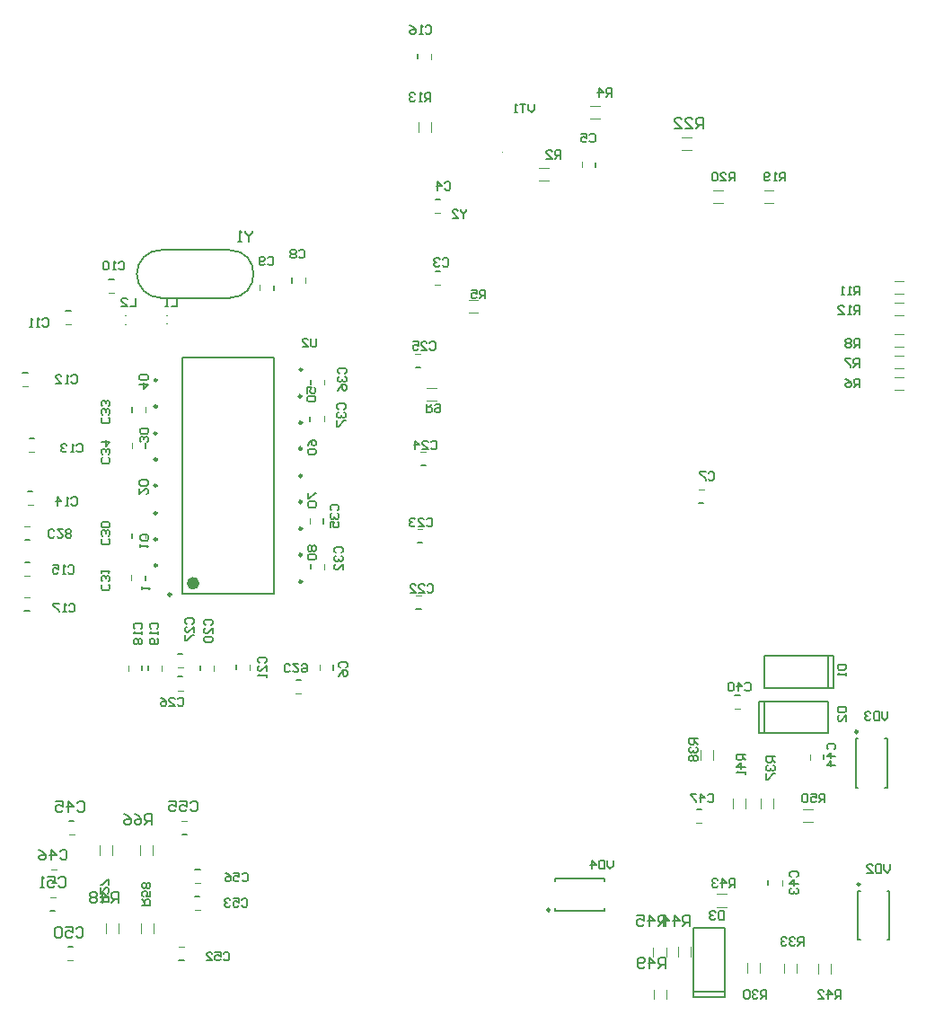
<source format=gbo>
G04 Layer_Color=32896*
%FSLAX44Y44*%
%MOMM*%
G71*
G01*
G75*
%ADD37C,0.2000*%
%ADD40C,0.6000*%
%ADD42C,0.2500*%
%ADD67C,0.1016*%
%ADD69C,0.1000*%
%ADD70C,0.1270*%
%ADD73C,0.1524*%
D37*
X1172000Y920563D02*
Y922812D01*
X1126000Y920563D02*
Y922812D01*
X1172000Y892812D02*
Y895062D01*
X1126000Y892812D02*
Y895062D01*
Y922812D02*
X1172000Y922812D01*
X1126000Y892812D02*
X1172000D01*
X1436750Y1009000D02*
X1439000D01*
X1436750Y1055000D02*
X1439000D01*
X1409000Y1009000D02*
X1411250D01*
X1409000Y1055000D02*
X1411250D01*
X1439000Y1009000D02*
X1439000Y1055000D01*
X1409000D02*
X1409000Y1009000D01*
X1438750Y865250D02*
X1441000D01*
X1438750Y911250D02*
X1441000D01*
X1411000Y865250D02*
X1413250D01*
X1411000Y911250D02*
X1413250D01*
X1441000Y865250D02*
X1441000Y911250D01*
X1411000D02*
X1411000Y865250D01*
X1317750Y1090000D02*
X1322750D01*
X1317750Y1060000D02*
X1322750D01*
X1317750D02*
Y1090000D01*
X1382750Y1060000D02*
Y1075000D01*
X1322750Y1060000D02*
X1382750Y1060000D01*
X1322750Y1060000D02*
Y1090000D01*
X1382750Y1090000D01*
Y1075000D02*
Y1090000D01*
X1383000Y1102750D02*
X1388000Y1102750D01*
X1383000Y1132750D02*
X1388000Y1132750D01*
Y1102750D02*
Y1132750D01*
X1323000Y1117750D02*
Y1132750D01*
X1383000D01*
Y1102750D02*
Y1132750D01*
X1323000Y1102750D02*
X1383000D01*
X1323000D02*
Y1117750D01*
X774471Y1191431D02*
Y1414431D01*
X860471Y1191431D02*
Y1414431D01*
X774471Y1191431D02*
X860471D01*
X774471Y1414431D02*
X860471D01*
X1256000Y811250D02*
Y816250D01*
X1286000Y811250D02*
Y816250D01*
X1256000Y811250D02*
X1286000D01*
X1271000Y876250D02*
X1286000D01*
Y816250D02*
Y876250D01*
X1256000Y816250D02*
X1286000D01*
X1256000D02*
Y876250D01*
X1271000D01*
X1229984Y838716D02*
Y848713D01*
X1224986D01*
X1223319Y847047D01*
Y843714D01*
X1224986Y842048D01*
X1229984D01*
X1226652D02*
X1223319Y838716D01*
X1214989D02*
Y848713D01*
X1219987Y843714D01*
X1213323D01*
X1209990Y840382D02*
X1208324Y838716D01*
X1204992D01*
X1203326Y840382D01*
Y847047D01*
X1204992Y848713D01*
X1208324D01*
X1209990Y847047D01*
Y845380D01*
X1208324Y843714D01*
X1203326D01*
X1229642Y878324D02*
Y888321D01*
X1224644D01*
X1222978Y886655D01*
Y883322D01*
X1224644Y881656D01*
X1229642D01*
X1226310D02*
X1222978Y878324D01*
X1214647D02*
Y888321D01*
X1219645Y883322D01*
X1212981D01*
X1202984Y888321D02*
X1209648D01*
Y883322D01*
X1206316Y884988D01*
X1204650D01*
X1202984Y883322D01*
Y879990D01*
X1204650Y878324D01*
X1207982D01*
X1209648Y879990D01*
X1252937Y878628D02*
Y888625D01*
X1247939D01*
X1246273Y886959D01*
Y883626D01*
X1247939Y881960D01*
X1252937D01*
X1249605D02*
X1246273Y878628D01*
X1237942D02*
Y888625D01*
X1242941Y883626D01*
X1236276D01*
X1227946Y878628D02*
Y888625D01*
X1232944Y883626D01*
X1226279D01*
X1265174Y1630172D02*
Y1640169D01*
X1260176D01*
X1258510Y1638503D01*
Y1635170D01*
X1260176Y1633504D01*
X1265174D01*
X1261842D02*
X1258510Y1630172D01*
X1248513D02*
X1255177D01*
X1248513Y1636837D01*
Y1638503D01*
X1250179Y1640169D01*
X1253511D01*
X1255177Y1638503D01*
X1238516Y1630172D02*
X1245180D01*
X1238516Y1636837D01*
Y1638503D01*
X1240182Y1640169D01*
X1243514D01*
X1245180Y1638503D01*
X1179068Y1660144D02*
Y1668141D01*
X1175069D01*
X1173736Y1666808D01*
Y1664143D01*
X1175069Y1662810D01*
X1179068D01*
X1176402D02*
X1173736Y1660144D01*
X1167072D02*
Y1668141D01*
X1171071Y1664143D01*
X1165739D01*
X1284986Y892425D02*
Y884428D01*
X1280987D01*
X1279654Y885761D01*
Y891093D01*
X1280987Y892425D01*
X1284986D01*
X1276989Y891093D02*
X1275656Y892425D01*
X1272990D01*
X1271657Y891093D01*
Y889760D01*
X1272990Y888427D01*
X1274323D01*
X1272990D01*
X1271657Y887094D01*
Y885761D01*
X1272990Y884428D01*
X1275656D01*
X1276989Y885761D01*
X1105918Y1653335D02*
Y1648004D01*
X1103252Y1645338D01*
X1100586Y1648004D01*
Y1653335D01*
X1097921D02*
X1092589D01*
X1095255D01*
Y1645338D01*
X1089923D02*
X1087257D01*
X1088590D01*
Y1653335D01*
X1089923Y1652003D01*
X704665Y1243332D02*
X705997Y1241999D01*
Y1239333D01*
X704665Y1238000D01*
X699333D01*
X698000Y1239333D01*
Y1241999D01*
X699333Y1243332D01*
X704665Y1245997D02*
X705997Y1247330D01*
Y1249996D01*
X704665Y1251329D01*
X703332D01*
X701999Y1249996D01*
Y1248663D01*
Y1249996D01*
X700666Y1251329D01*
X699333D01*
X698000Y1249996D01*
Y1247330D01*
X699333Y1245997D01*
X704665Y1253995D02*
X705997Y1255328D01*
Y1257993D01*
X704665Y1259326D01*
X699333D01*
X698000Y1257993D01*
Y1255328D01*
X699333Y1253995D01*
X704665D01*
X915056Y1270099D02*
X913723Y1271432D01*
Y1274098D01*
X915056Y1275431D01*
X920388D01*
X921721Y1274098D01*
Y1271432D01*
X920388Y1270099D01*
X915056Y1267433D02*
X913723Y1266100D01*
Y1263435D01*
X915056Y1262102D01*
X916389D01*
X917722Y1263435D01*
Y1264768D01*
Y1263435D01*
X919055Y1262102D01*
X920388D01*
X921721Y1263435D01*
Y1266100D01*
X920388Y1267433D01*
X913723Y1254104D02*
Y1259436D01*
X917722D01*
X916389Y1256770D01*
Y1255437D01*
X917722Y1254104D01*
X920388D01*
X921721Y1255437D01*
Y1258103D01*
X920388Y1259436D01*
X704665Y1320082D02*
X705997Y1318749D01*
Y1316083D01*
X704665Y1314750D01*
X699333D01*
X698000Y1316083D01*
Y1318749D01*
X699333Y1320082D01*
X704665Y1322747D02*
X705997Y1324080D01*
Y1326746D01*
X704665Y1328079D01*
X703332D01*
X701999Y1326746D01*
Y1325413D01*
Y1326746D01*
X700666Y1328079D01*
X699333D01*
X698000Y1326746D01*
Y1324080D01*
X699333Y1322747D01*
X698000Y1334744D02*
X705997D01*
X701999Y1330745D01*
Y1336076D01*
X704665Y1357582D02*
X705997Y1356249D01*
Y1353583D01*
X704665Y1352250D01*
X699333D01*
X698000Y1353583D01*
Y1356249D01*
X699333Y1357582D01*
X704665Y1360247D02*
X705997Y1361580D01*
Y1364246D01*
X704665Y1365579D01*
X703332D01*
X701999Y1364246D01*
Y1362913D01*
Y1364246D01*
X700666Y1365579D01*
X699333D01*
X698000Y1364246D01*
Y1361580D01*
X699333Y1360247D01*
X704665Y1368245D02*
X705997Y1369578D01*
Y1372244D01*
X704665Y1373577D01*
X703332D01*
X701999Y1372244D01*
Y1370911D01*
Y1372244D01*
X700666Y1373577D01*
X699333D01*
X698000Y1372244D01*
Y1369578D01*
X699333Y1368245D01*
X704665Y1200332D02*
X705997Y1198999D01*
Y1196333D01*
X704665Y1195000D01*
X699333D01*
X698000Y1196333D01*
Y1198999D01*
X699333Y1200332D01*
X704665Y1202997D02*
X705997Y1204330D01*
Y1206996D01*
X704665Y1208329D01*
X703332D01*
X701999Y1206996D01*
Y1205663D01*
Y1206996D01*
X700666Y1208329D01*
X699333D01*
X698000Y1206996D01*
Y1204330D01*
X699333Y1202997D01*
X698000Y1210995D02*
Y1213661D01*
Y1212328D01*
X705997D01*
X704665Y1210995D01*
X900684Y1432175D02*
Y1425511D01*
X899351Y1424178D01*
X896685D01*
X895352Y1425511D01*
Y1432175D01*
X887355Y1424178D02*
X892687D01*
X887355Y1429510D01*
Y1430842D01*
X888688Y1432175D01*
X891354D01*
X892687Y1430842D01*
X653582Y1245585D02*
X652249Y1244253D01*
X649583D01*
X648250Y1245585D01*
Y1250917D01*
X649583Y1252250D01*
X652249D01*
X653582Y1250917D01*
X661579Y1252250D02*
X656247D01*
X661579Y1246918D01*
Y1245585D01*
X660246Y1244253D01*
X657580D01*
X656247Y1245585D01*
X664245D02*
X665578Y1244253D01*
X668244D01*
X669576Y1245585D01*
Y1246918D01*
X668244Y1248251D01*
X669576Y1249584D01*
Y1250917D01*
X668244Y1252250D01*
X665578D01*
X664245Y1250917D01*
Y1249584D01*
X665578Y1248251D01*
X664245Y1246918D01*
Y1245585D01*
X665578Y1248251D02*
X668244D01*
X875832Y1118836D02*
X874499Y1117503D01*
X871833D01*
X870500Y1118836D01*
Y1124167D01*
X871833Y1125500D01*
X874499D01*
X875832Y1124167D01*
X883829Y1125500D02*
X878497D01*
X883829Y1120168D01*
Y1118836D01*
X882496Y1117503D01*
X879830D01*
X878497Y1118836D01*
X886495Y1124167D02*
X887828Y1125500D01*
X890494D01*
X891826Y1124167D01*
Y1118836D01*
X890494Y1117503D01*
X887828D01*
X886495Y1118836D01*
Y1120168D01*
X887828Y1121501D01*
X891826D01*
X1004250Y1370470D02*
Y1362473D01*
X1008249D01*
X1009582Y1363805D01*
Y1366471D01*
X1008249Y1367804D01*
X1004250D01*
X1006916D02*
X1009582Y1370470D01*
X1012247Y1369137D02*
X1013580Y1370470D01*
X1016246D01*
X1017579Y1369137D01*
Y1363805D01*
X1016246Y1362473D01*
X1013580D01*
X1012247Y1363805D01*
Y1365138D01*
X1013580Y1366471D01*
X1017579D01*
X1342644Y1580642D02*
Y1588639D01*
X1338645D01*
X1337312Y1587307D01*
Y1584641D01*
X1338645Y1583308D01*
X1342644D01*
X1339978D02*
X1337312Y1580642D01*
X1334647D02*
X1331981D01*
X1333314D01*
Y1588639D01*
X1334647Y1587307D01*
X1327982Y1581975D02*
X1326649Y1580642D01*
X1323983D01*
X1322650Y1581975D01*
Y1587307D01*
X1323983Y1588639D01*
X1326649D01*
X1327982Y1587307D01*
Y1585974D01*
X1326649Y1584641D01*
X1322650D01*
X1294892Y1580642D02*
Y1588639D01*
X1290893D01*
X1289560Y1587307D01*
Y1584641D01*
X1290893Y1583308D01*
X1294892D01*
X1292226D02*
X1289560Y1580642D01*
X1281563D02*
X1286895D01*
X1281563Y1585974D01*
Y1587307D01*
X1282896Y1588639D01*
X1285562D01*
X1286895Y1587307D01*
X1278897D02*
X1277564Y1588639D01*
X1274898D01*
X1273566Y1587307D01*
Y1581975D01*
X1274898Y1580642D01*
X1277564D01*
X1278897Y1581975D01*
Y1587307D01*
X922336Y1399168D02*
X921003Y1400501D01*
Y1403167D01*
X922336Y1404500D01*
X927667D01*
X929000Y1403167D01*
Y1400501D01*
X927667Y1399168D01*
X922336Y1396503D02*
X921003Y1395170D01*
Y1392504D01*
X922336Y1391171D01*
X923668D01*
X925001Y1392504D01*
Y1393837D01*
Y1392504D01*
X926334Y1391171D01*
X927667D01*
X929000Y1392504D01*
Y1395170D01*
X927667Y1396503D01*
X921003Y1383174D02*
X922336Y1385839D01*
X925001Y1388505D01*
X927667D01*
X929000Y1387172D01*
Y1384507D01*
X927667Y1383174D01*
X926334D01*
X925001Y1384507D01*
Y1388505D01*
X921585Y1365418D02*
X920253Y1366751D01*
Y1369417D01*
X921585Y1370750D01*
X926917D01*
X928250Y1369417D01*
Y1366751D01*
X926917Y1365418D01*
X921585Y1362753D02*
X920253Y1361420D01*
Y1358754D01*
X921585Y1357421D01*
X922918D01*
X924251Y1358754D01*
Y1360087D01*
Y1358754D01*
X925584Y1357421D01*
X926917D01*
X928250Y1358754D01*
Y1361420D01*
X926917Y1362753D01*
X920253Y1354755D02*
Y1349424D01*
X921585D01*
X926917Y1354755D01*
X928250D01*
X919085Y1230168D02*
X917753Y1231501D01*
Y1234167D01*
X919085Y1235500D01*
X924417D01*
X925750Y1234167D01*
Y1231501D01*
X924417Y1230168D01*
X919085Y1227503D02*
X917753Y1226170D01*
Y1223504D01*
X919085Y1222171D01*
X920418D01*
X921751Y1223504D01*
Y1224837D01*
Y1223504D01*
X923084Y1222171D01*
X924417D01*
X925750Y1223504D01*
Y1226170D01*
X924417Y1227503D01*
X925750Y1214174D02*
Y1219505D01*
X920418Y1214174D01*
X919085D01*
X917753Y1215506D01*
Y1218172D01*
X919085Y1219505D01*
X1412750Y1423750D02*
Y1431747D01*
X1408751D01*
X1407418Y1430414D01*
Y1427749D01*
X1408751Y1426416D01*
X1412750D01*
X1410084D02*
X1407418Y1423750D01*
X1404753Y1430414D02*
X1403420Y1431747D01*
X1400754D01*
X1399421Y1430414D01*
Y1429082D01*
X1400754Y1427749D01*
X1399421Y1426416D01*
Y1425083D01*
X1400754Y1423750D01*
X1403420D01*
X1404753Y1425083D01*
Y1426416D01*
X1403420Y1427749D01*
X1404753Y1429082D01*
Y1430414D01*
X1403420Y1427749D02*
X1400754D01*
X1412750Y1386250D02*
Y1394247D01*
X1408751D01*
X1407418Y1392914D01*
Y1390249D01*
X1408751Y1388916D01*
X1412750D01*
X1410084D02*
X1407418Y1386250D01*
X1399421Y1394247D02*
X1402087Y1392914D01*
X1404753Y1390249D01*
Y1387583D01*
X1403420Y1386250D01*
X1400754D01*
X1399421Y1387583D01*
Y1388916D01*
X1400754Y1390249D01*
X1404753D01*
X1412500Y1405250D02*
Y1413247D01*
X1408501D01*
X1407168Y1411915D01*
Y1409249D01*
X1408501Y1407916D01*
X1412500D01*
X1409834D02*
X1407168Y1405250D01*
X1404503Y1413247D02*
X1399171D01*
Y1411915D01*
X1404503Y1406583D01*
Y1405250D01*
X1412750Y1473250D02*
Y1481247D01*
X1408751D01*
X1407418Y1479915D01*
Y1477249D01*
X1408751Y1475916D01*
X1412750D01*
X1410084D02*
X1407418Y1473250D01*
X1404753D02*
X1402087D01*
X1403420D01*
Y1481247D01*
X1404753Y1479915D01*
X1398088Y1473250D02*
X1395422D01*
X1396755D01*
Y1481247D01*
X1398088Y1479915D01*
X1412750Y1455250D02*
Y1463247D01*
X1408751D01*
X1407418Y1461915D01*
Y1459249D01*
X1408751Y1457916D01*
X1412750D01*
X1410084D02*
X1407418Y1455250D01*
X1404753D02*
X1402087D01*
X1403420D01*
Y1463247D01*
X1404753Y1461915D01*
X1392756Y1455250D02*
X1398088D01*
X1392756Y1460582D01*
Y1461915D01*
X1394089Y1463247D01*
X1396755D01*
X1398088Y1461915D01*
X1270256Y1305112D02*
X1271589Y1306445D01*
X1274255D01*
X1275588Y1305112D01*
Y1299781D01*
X1274255Y1298448D01*
X1271589D01*
X1270256Y1299781D01*
X1267591Y1306445D02*
X1262259D01*
Y1305112D01*
X1267591Y1299781D01*
Y1298448D01*
X884176Y1514662D02*
X885509Y1515995D01*
X888175D01*
X889508Y1514662D01*
Y1509331D01*
X888175Y1507998D01*
X885509D01*
X884176Y1509331D01*
X881511Y1514662D02*
X880178Y1515995D01*
X877512D01*
X876179Y1514662D01*
Y1513330D01*
X877512Y1511997D01*
X876179Y1510664D01*
Y1509331D01*
X877512Y1507998D01*
X880178D01*
X881511Y1509331D01*
Y1510664D01*
X880178Y1511997D01*
X881511Y1513330D01*
Y1514662D01*
X880178Y1511997D02*
X877512D01*
X854712Y1507805D02*
X856045Y1509137D01*
X858711D01*
X860044Y1507805D01*
Y1502473D01*
X858711Y1501140D01*
X856045D01*
X854712Y1502473D01*
X852047D02*
X850714Y1501140D01*
X848048D01*
X846715Y1502473D01*
Y1507805D01*
X848048Y1509137D01*
X850714D01*
X852047Y1507805D01*
Y1506472D01*
X850714Y1505139D01*
X846715D01*
X714250Y1503486D02*
X715583Y1504819D01*
X718249D01*
X719582Y1503486D01*
Y1498155D01*
X718249Y1496822D01*
X715583D01*
X714250Y1498155D01*
X711585Y1496822D02*
X708919D01*
X710252D01*
Y1504819D01*
X711585Y1503486D01*
X704920D02*
X703587Y1504819D01*
X700921D01*
X699588Y1503486D01*
Y1498155D01*
X700921Y1496822D01*
X703587D01*
X704920Y1498155D01*
Y1503486D01*
X642418Y1449915D02*
X643751Y1451247D01*
X646417D01*
X647750Y1449915D01*
Y1444583D01*
X646417Y1443250D01*
X643751D01*
X642418Y1444583D01*
X639753Y1443250D02*
X637087D01*
X638420D01*
Y1451247D01*
X639753Y1449915D01*
X633088Y1443250D02*
X630422D01*
X631755D01*
Y1451247D01*
X633088Y1449915D01*
X669668Y1396664D02*
X671001Y1397997D01*
X673667D01*
X675000Y1396664D01*
Y1391333D01*
X673667Y1390000D01*
X671001D01*
X669668Y1391333D01*
X667003Y1390000D02*
X664337D01*
X665670D01*
Y1397997D01*
X667003Y1396664D01*
X655006Y1390000D02*
X660338D01*
X655006Y1395332D01*
Y1396664D01*
X656339Y1397997D01*
X659005D01*
X660338Y1396664D01*
X674668Y1331664D02*
X676001Y1332997D01*
X678667D01*
X680000Y1331664D01*
Y1326333D01*
X678667Y1325000D01*
X676001D01*
X674668Y1326333D01*
X672003Y1325000D02*
X669337D01*
X670670D01*
Y1332997D01*
X672003Y1331664D01*
X665338D02*
X664005Y1332997D01*
X661339D01*
X660006Y1331664D01*
Y1330332D01*
X661339Y1328999D01*
X662672D01*
X661339D01*
X660006Y1327666D01*
Y1326333D01*
X661339Y1325000D01*
X664005D01*
X665338Y1326333D01*
X666668Y1217165D02*
X668001Y1218497D01*
X670667D01*
X672000Y1217165D01*
Y1211833D01*
X670667Y1210500D01*
X668001D01*
X666668Y1211833D01*
X664003Y1210500D02*
X661337D01*
X662670D01*
Y1218497D01*
X664003Y1217165D01*
X652006Y1218497D02*
X657338D01*
Y1214499D01*
X654672Y1215832D01*
X653339D01*
X652006Y1214499D01*
Y1211833D01*
X653339Y1210500D01*
X656005D01*
X657338Y1211833D01*
X667418Y1180915D02*
X668751Y1182247D01*
X671417D01*
X672750Y1180915D01*
Y1175583D01*
X671417Y1174250D01*
X668751D01*
X667418Y1175583D01*
X664753Y1174250D02*
X662087D01*
X663420D01*
Y1182247D01*
X664753Y1180915D01*
X658088Y1182247D02*
X652756D01*
Y1180915D01*
X658088Y1175583D01*
Y1174250D01*
X729836Y1158418D02*
X728503Y1159751D01*
Y1162417D01*
X729836Y1163750D01*
X735167D01*
X736500Y1162417D01*
Y1159751D01*
X735167Y1158418D01*
X736500Y1155753D02*
Y1153087D01*
Y1154420D01*
X728503D01*
X729836Y1155753D01*
Y1149088D02*
X728503Y1147755D01*
Y1145089D01*
X729836Y1143756D01*
X731168D01*
X732501Y1145089D01*
X733834Y1143756D01*
X735167D01*
X736500Y1145089D01*
Y1147755D01*
X735167Y1149088D01*
X733834D01*
X732501Y1147755D01*
X731168Y1149088D01*
X729836D01*
X732501Y1147755D02*
Y1145089D01*
X745086Y1158668D02*
X743753Y1160001D01*
Y1162667D01*
X745086Y1164000D01*
X750417D01*
X751750Y1162667D01*
Y1160001D01*
X750417Y1158668D01*
X751750Y1156003D02*
Y1153337D01*
Y1154670D01*
X743753D01*
X745086Y1156003D01*
X750417Y1149338D02*
X751750Y1148005D01*
Y1145339D01*
X750417Y1144006D01*
X745086D01*
X743753Y1145339D01*
Y1148005D01*
X745086Y1149338D01*
X746418D01*
X747751Y1148005D01*
Y1144006D01*
X796336Y1161918D02*
X795003Y1163251D01*
Y1165917D01*
X796336Y1167250D01*
X801667D01*
X803000Y1165917D01*
Y1163251D01*
X801667Y1161918D01*
X803000Y1153921D02*
Y1159253D01*
X797668Y1153921D01*
X796336D01*
X795003Y1155254D01*
Y1157920D01*
X796336Y1159253D01*
Y1151255D02*
X795003Y1149922D01*
Y1147256D01*
X796336Y1145923D01*
X801667D01*
X803000Y1147256D01*
Y1149922D01*
X801667Y1151255D01*
X796336D01*
X846835Y1126418D02*
X845503Y1127751D01*
Y1130417D01*
X846835Y1131750D01*
X852167D01*
X853500Y1130417D01*
Y1127751D01*
X852167Y1126418D01*
X853500Y1118421D02*
Y1123753D01*
X848168Y1118421D01*
X846835D01*
X845503Y1119754D01*
Y1122420D01*
X846835Y1123753D01*
X853500Y1115755D02*
Y1113089D01*
Y1114422D01*
X845503D01*
X846835Y1115755D01*
X1005168Y1199165D02*
X1006501Y1200497D01*
X1009167D01*
X1010500Y1199165D01*
Y1193833D01*
X1009167Y1192500D01*
X1006501D01*
X1005168Y1193833D01*
X997171Y1192500D02*
X1002503D01*
X997171Y1197832D01*
Y1199165D01*
X998504Y1200497D01*
X1001170D01*
X1002503Y1199165D01*
X989174Y1192500D02*
X994505D01*
X989174Y1197832D01*
Y1199165D01*
X990507Y1200497D01*
X993172D01*
X994505Y1199165D01*
X1004668Y1261665D02*
X1006001Y1262997D01*
X1008667D01*
X1010000Y1261665D01*
Y1256333D01*
X1008667Y1255000D01*
X1006001D01*
X1004668Y1256333D01*
X996671Y1255000D02*
X1002003D01*
X996671Y1260332D01*
Y1261665D01*
X998004Y1262997D01*
X1000670D01*
X1002003Y1261665D01*
X994005D02*
X992672Y1262997D01*
X990006D01*
X988674Y1261665D01*
Y1260332D01*
X990006Y1258999D01*
X991339D01*
X990006D01*
X988674Y1257666D01*
Y1256333D01*
X990006Y1255000D01*
X992672D01*
X994005Y1256333D01*
X1008668Y1334415D02*
X1010001Y1335747D01*
X1012667D01*
X1014000Y1334415D01*
Y1329083D01*
X1012667Y1327750D01*
X1010001D01*
X1008668Y1329083D01*
X1000671Y1327750D02*
X1006003D01*
X1000671Y1333082D01*
Y1334415D01*
X1002004Y1335747D01*
X1004670D01*
X1006003Y1334415D01*
X994006Y1327750D02*
Y1335747D01*
X998005Y1331749D01*
X992674D01*
X1007543Y1427789D02*
X1008876Y1429122D01*
X1011542D01*
X1012875Y1427789D01*
Y1422458D01*
X1011542Y1421125D01*
X1008876D01*
X1007543Y1422458D01*
X999546Y1421125D02*
X1004878D01*
X999546Y1426457D01*
Y1427789D01*
X1000879Y1429122D01*
X1003545D01*
X1004878Y1427789D01*
X991549Y1429122D02*
X996880D01*
Y1425124D01*
X994214Y1426457D01*
X992881D01*
X991549Y1425124D01*
Y1422458D01*
X992881Y1421125D01*
X995547D01*
X996880Y1422458D01*
X1392003Y1125000D02*
X1400000D01*
Y1121001D01*
X1398667Y1119668D01*
X1393336D01*
X1392003Y1121001D01*
Y1125000D01*
X1400000Y1117003D02*
Y1114337D01*
Y1115670D01*
X1392003D01*
X1393336Y1117003D01*
X1392003Y1085000D02*
X1400000D01*
Y1081001D01*
X1398667Y1079668D01*
X1393336D01*
X1392003Y1081001D01*
Y1085000D01*
X1400000Y1071671D02*
Y1077003D01*
X1394668Y1071671D01*
X1393336D01*
X1392003Y1073004D01*
Y1075670D01*
X1393336Y1077003D01*
X1441196Y936621D02*
Y931290D01*
X1438530Y928624D01*
X1435864Y931290D01*
Y936621D01*
X1433199D02*
Y928624D01*
X1429200D01*
X1427867Y929957D01*
Y935288D01*
X1429200Y936621D01*
X1433199D01*
X1419870Y928624D02*
X1425201D01*
X1419870Y933956D01*
Y935288D01*
X1421202Y936621D01*
X1423868D01*
X1425201Y935288D01*
X1439164Y1080385D02*
Y1075054D01*
X1436498Y1072388D01*
X1433832Y1075054D01*
Y1080385D01*
X1431167D02*
Y1072388D01*
X1427168D01*
X1425835Y1073721D01*
Y1079053D01*
X1427168Y1080385D01*
X1431167D01*
X1423169Y1079053D02*
X1421836Y1080385D01*
X1419170D01*
X1417838Y1079053D01*
Y1077720D01*
X1419170Y1076387D01*
X1420503D01*
X1419170D01*
X1417838Y1075054D01*
Y1073721D01*
X1419170Y1072388D01*
X1421836D01*
X1423169Y1073721D01*
X1180338Y940177D02*
Y934846D01*
X1177672Y932180D01*
X1175006Y934846D01*
Y940177D01*
X1172341D02*
Y932180D01*
X1168342D01*
X1167009Y933513D01*
Y938845D01*
X1168342Y940177D01*
X1172341D01*
X1160344Y932180D02*
Y940177D01*
X1164343Y936179D01*
X1159012D01*
X1019668Y1506664D02*
X1021001Y1507997D01*
X1023667D01*
X1025000Y1506664D01*
Y1501333D01*
X1023667Y1500000D01*
X1021001D01*
X1019668Y1501333D01*
X1017003Y1506664D02*
X1015670Y1507997D01*
X1013004D01*
X1011671Y1506664D01*
Y1505332D01*
X1013004Y1503999D01*
X1014337D01*
X1013004D01*
X1011671Y1502666D01*
Y1501333D01*
X1013004Y1500000D01*
X1015670D01*
X1017003Y1501333D01*
X1021590Y1578671D02*
X1022923Y1580003D01*
X1025589D01*
X1026922Y1578671D01*
Y1573339D01*
X1025589Y1572006D01*
X1022923D01*
X1021590Y1573339D01*
X1014926Y1572006D02*
Y1580003D01*
X1018925Y1576005D01*
X1013593D01*
X1304668Y1106665D02*
X1306001Y1107997D01*
X1308667D01*
X1310000Y1106665D01*
Y1101333D01*
X1308667Y1100000D01*
X1306001D01*
X1304668Y1101333D01*
X1298004Y1100000D02*
Y1107997D01*
X1302003Y1103999D01*
X1296671D01*
X1294005Y1106665D02*
X1292672Y1107997D01*
X1290006D01*
X1288674Y1106665D01*
Y1101333D01*
X1290006Y1100000D01*
X1292672D01*
X1294005Y1101333D01*
Y1106665D01*
X1383336Y1044668D02*
X1382003Y1046001D01*
Y1048667D01*
X1383336Y1050000D01*
X1388667D01*
X1390000Y1048667D01*
Y1046001D01*
X1388667Y1044668D01*
X1390000Y1038004D02*
X1382003D01*
X1386001Y1042003D01*
Y1036671D01*
X1390000Y1030006D02*
X1382003D01*
X1386001Y1034005D01*
Y1028674D01*
X1348336Y924668D02*
X1347003Y926001D01*
Y928667D01*
X1348336Y930000D01*
X1353667D01*
X1355000Y928667D01*
Y926001D01*
X1353667Y924668D01*
X1355000Y918004D02*
X1347003D01*
X1351001Y922003D01*
Y916671D01*
X1348336Y914005D02*
X1347003Y912672D01*
Y910006D01*
X1348336Y908673D01*
X1349668D01*
X1351001Y910006D01*
Y911339D01*
Y910006D01*
X1352334Y908673D01*
X1353667D01*
X1355000Y910006D01*
Y912672D01*
X1353667Y914005D01*
X1003556Y1725990D02*
X1004889Y1727323D01*
X1007555D01*
X1008888Y1725990D01*
Y1720659D01*
X1007555Y1719326D01*
X1004889D01*
X1003556Y1720659D01*
X1000891Y1719326D02*
X998225D01*
X999558D01*
Y1727323D01*
X1000891Y1725990D01*
X988894Y1727323D02*
X991560Y1725990D01*
X994226Y1723325D01*
Y1720659D01*
X992893Y1719326D01*
X990227D01*
X988894Y1720659D01*
Y1721992D01*
X990227Y1723325D01*
X994226D01*
X1269668Y1001665D02*
X1271001Y1002997D01*
X1273667D01*
X1275000Y1001665D01*
Y996333D01*
X1273667Y995000D01*
X1271001D01*
X1269668Y996333D01*
X1263004Y995000D02*
Y1002997D01*
X1267003Y998999D01*
X1261671D01*
X1259005Y1002997D02*
X1253673D01*
Y1001665D01*
X1259005Y996333D01*
Y995000D01*
X813168Y852415D02*
X814501Y853747D01*
X817167D01*
X818500Y852415D01*
Y847083D01*
X817167Y845750D01*
X814501D01*
X813168Y847083D01*
X805171Y853747D02*
X810503D01*
Y849749D01*
X807837Y851082D01*
X806504D01*
X805171Y849749D01*
Y847083D01*
X806504Y845750D01*
X809170D01*
X810503Y847083D01*
X797174Y845750D02*
X802505D01*
X797174Y851082D01*
Y852415D01*
X798506Y853747D01*
X801172D01*
X802505Y852415D01*
X830168Y902915D02*
X831501Y904247D01*
X834167D01*
X835500Y902915D01*
Y897583D01*
X834167Y896250D01*
X831501D01*
X830168Y897583D01*
X822171Y904247D02*
X827503D01*
Y900249D01*
X824837Y901582D01*
X823504D01*
X822171Y900249D01*
Y897583D01*
X823504Y896250D01*
X826170D01*
X827503Y897583D01*
X819505Y902915D02*
X818172Y904247D01*
X815506D01*
X814174Y902915D01*
Y901582D01*
X815506Y900249D01*
X816839D01*
X815506D01*
X814174Y898916D01*
Y897583D01*
X815506Y896250D01*
X818172D01*
X819505Y897583D01*
X830668Y927165D02*
X832001Y928497D01*
X834667D01*
X836000Y927165D01*
Y921833D01*
X834667Y920500D01*
X832001D01*
X830668Y921833D01*
X822671Y928497D02*
X828003D01*
Y924499D01*
X825337Y925832D01*
X824004D01*
X822671Y924499D01*
Y921833D01*
X824004Y920500D01*
X826670D01*
X828003Y921833D01*
X814674Y928497D02*
X817339Y927165D01*
X820005Y924499D01*
Y921833D01*
X818672Y920500D01*
X816006D01*
X814674Y921833D01*
Y923166D01*
X816006Y924499D01*
X820005D01*
X1158242Y1623882D02*
X1159575Y1625215D01*
X1162241D01*
X1163574Y1623882D01*
Y1618551D01*
X1162241Y1617218D01*
X1159575D01*
X1158242Y1618551D01*
X1150245Y1625215D02*
X1155577D01*
Y1621217D01*
X1152911Y1622550D01*
X1151578D01*
X1150245Y1621217D01*
Y1618551D01*
X1151578Y1617218D01*
X1154244D01*
X1155577Y1618551D01*
X697250Y901000D02*
X705247D01*
Y904999D01*
X703914Y906332D01*
X701249D01*
X699916Y904999D01*
Y901000D01*
Y903666D02*
X697250Y906332D01*
Y914329D02*
Y908997D01*
X702582Y914329D01*
X703914D01*
X705247Y912996D01*
Y910330D01*
X703914Y908997D01*
X705247Y916995D02*
Y922327D01*
X703914D01*
X698583Y916995D01*
X697250D01*
X1325000Y810000D02*
Y817997D01*
X1321001D01*
X1319668Y816665D01*
Y813999D01*
X1321001Y812666D01*
X1325000D01*
X1322334D02*
X1319668Y810000D01*
X1317003Y816665D02*
X1315670Y817997D01*
X1313004D01*
X1311671Y816665D01*
Y815332D01*
X1313004Y813999D01*
X1314337D01*
X1313004D01*
X1311671Y812666D01*
Y811333D01*
X1313004Y810000D01*
X1315670D01*
X1317003Y811333D01*
X1309005Y816665D02*
X1307672Y817997D01*
X1305006D01*
X1303674Y816665D01*
Y811333D01*
X1305006Y810000D01*
X1307672D01*
X1309005Y811333D01*
Y816665D01*
X1333000Y1038000D02*
X1325003D01*
Y1034001D01*
X1326335Y1032668D01*
X1329001D01*
X1330334Y1034001D01*
Y1038000D01*
Y1035334D02*
X1333000Y1032668D01*
X1326335Y1030003D02*
X1325003Y1028670D01*
Y1026004D01*
X1326335Y1024671D01*
X1327668D01*
X1329001Y1026004D01*
Y1027337D01*
Y1026004D01*
X1330334Y1024671D01*
X1331667D01*
X1333000Y1026004D01*
Y1028670D01*
X1331667Y1030003D01*
X1325003Y1022005D02*
Y1016674D01*
X1326335D01*
X1331667Y1022005D01*
X1333000D01*
X1260000Y1055000D02*
X1252003D01*
Y1051001D01*
X1253335Y1049668D01*
X1256001D01*
X1257334Y1051001D01*
Y1055000D01*
Y1052334D02*
X1260000Y1049668D01*
X1253335Y1047003D02*
X1252003Y1045670D01*
Y1043004D01*
X1253335Y1041671D01*
X1254668D01*
X1256001Y1043004D01*
Y1044337D01*
Y1043004D01*
X1257334Y1041671D01*
X1258667D01*
X1260000Y1043004D01*
Y1045670D01*
X1258667Y1047003D01*
X1253335Y1039005D02*
X1252003Y1037672D01*
Y1035006D01*
X1253335Y1033673D01*
X1254668D01*
X1256001Y1035006D01*
X1257334Y1033673D01*
X1258667D01*
X1260000Y1035006D01*
Y1037672D01*
X1258667Y1039005D01*
X1257334D01*
X1256001Y1037672D01*
X1254668Y1039005D01*
X1253335D01*
X1256001Y1037672D02*
Y1035006D01*
X1008380Y1655826D02*
Y1663823D01*
X1004381D01*
X1003048Y1662491D01*
Y1659825D01*
X1004381Y1658492D01*
X1008380D01*
X1005714D02*
X1003048Y1655826D01*
X1000383D02*
X997717D01*
X999050D01*
Y1663823D01*
X1000383Y1662491D01*
X993718D02*
X992385Y1663823D01*
X989719D01*
X988386Y1662491D01*
Y1661158D01*
X989719Y1659825D01*
X991052D01*
X989719D01*
X988386Y1658492D01*
Y1657159D01*
X989719Y1655826D01*
X992385D01*
X993718Y1657159D01*
X1360000Y860000D02*
Y867997D01*
X1356001D01*
X1354668Y866665D01*
Y863999D01*
X1356001Y862666D01*
X1360000D01*
X1357334D02*
X1354668Y860000D01*
X1352003Y866665D02*
X1350670Y867997D01*
X1348004D01*
X1346671Y866665D01*
Y865332D01*
X1348004Y863999D01*
X1349337D01*
X1348004D01*
X1346671Y862666D01*
Y861333D01*
X1348004Y860000D01*
X1350670D01*
X1352003Y861333D01*
X1344005Y866665D02*
X1342672Y867997D01*
X1340006D01*
X1338674Y866665D01*
Y865332D01*
X1340006Y863999D01*
X1341339D01*
X1340006D01*
X1338674Y862666D01*
Y861333D01*
X1340006Y860000D01*
X1342672D01*
X1344005Y861333D01*
X1305000Y1040000D02*
X1297003D01*
Y1036001D01*
X1298336Y1034668D01*
X1301001D01*
X1302334Y1036001D01*
Y1040000D01*
Y1037334D02*
X1305000Y1034668D01*
Y1028004D02*
X1297003D01*
X1301001Y1032003D01*
Y1026671D01*
X1305000Y1024005D02*
Y1021339D01*
Y1022672D01*
X1297003D01*
X1298336Y1024005D01*
X1395000Y810000D02*
Y817997D01*
X1391001D01*
X1389668Y816665D01*
Y813999D01*
X1391001Y812666D01*
X1395000D01*
X1392334D02*
X1389668Y810000D01*
X1383004D02*
Y817997D01*
X1387003Y813999D01*
X1381671D01*
X1373674Y810000D02*
X1379005D01*
X1373674Y815332D01*
Y816665D01*
X1375006Y817997D01*
X1377672D01*
X1379005Y816665D01*
X1295000Y915000D02*
Y922997D01*
X1291001D01*
X1289668Y921665D01*
Y918999D01*
X1291001Y917666D01*
X1295000D01*
X1292334D02*
X1289668Y915000D01*
X1283004D02*
Y922997D01*
X1287003Y918999D01*
X1281671D01*
X1279005Y921665D02*
X1277672Y922997D01*
X1275006D01*
X1273674Y921665D01*
Y920332D01*
X1275006Y918999D01*
X1276339D01*
X1275006D01*
X1273674Y917666D01*
Y916333D01*
X1275006Y915000D01*
X1277672D01*
X1279005Y916333D01*
X1380000Y995000D02*
Y1002997D01*
X1376001D01*
X1374668Y1001665D01*
Y998999D01*
X1376001Y997666D01*
X1380000D01*
X1377334D02*
X1374668Y995000D01*
X1366671Y1002997D02*
X1372003D01*
Y998999D01*
X1369337Y1000332D01*
X1368004D01*
X1366671Y998999D01*
Y996333D01*
X1368004Y995000D01*
X1370670D01*
X1372003Y996333D01*
X1364005Y1001665D02*
X1362672Y1002997D01*
X1360006D01*
X1358674Y1001665D01*
Y996333D01*
X1360006Y995000D01*
X1362672D01*
X1364005Y996333D01*
Y1001665D01*
X736250Y898000D02*
X744247D01*
Y901999D01*
X742915Y903332D01*
X740249D01*
X738916Y901999D01*
Y898000D01*
Y900666D02*
X736250Y903332D01*
X744247Y911329D02*
Y905997D01*
X740249D01*
X741582Y908663D01*
Y909996D01*
X740249Y911329D01*
X737583D01*
X736250Y909996D01*
Y907330D01*
X737583Y905997D01*
X742915Y913995D02*
X744247Y915328D01*
Y917993D01*
X742915Y919326D01*
X741582D01*
X740249Y917993D01*
X738916Y919326D01*
X737583D01*
X736250Y917993D01*
Y915328D01*
X737583Y913995D01*
X738916D01*
X740249Y915328D01*
X741582Y913995D01*
X742915D01*
X740249Y915328D02*
Y917993D01*
X1130808Y1601724D02*
Y1609721D01*
X1126809D01*
X1125476Y1608389D01*
Y1605723D01*
X1126809Y1604390D01*
X1130808D01*
X1128142D02*
X1125476Y1601724D01*
X1117479D02*
X1122811D01*
X1117479Y1607056D01*
Y1608389D01*
X1118812Y1609721D01*
X1121478D01*
X1122811Y1608389D01*
X923085Y1121918D02*
X921753Y1123251D01*
Y1125917D01*
X923085Y1127250D01*
X928417D01*
X929750Y1125917D01*
Y1123251D01*
X928417Y1121918D01*
X921753Y1113921D02*
X923085Y1116587D01*
X925751Y1119253D01*
X928417D01*
X929750Y1117920D01*
Y1115254D01*
X928417Y1113921D01*
X927084D01*
X925751Y1115254D01*
Y1119253D01*
X669668Y1281414D02*
X671001Y1282747D01*
X673667D01*
X675000Y1281414D01*
Y1276083D01*
X673667Y1274750D01*
X671001D01*
X669668Y1276083D01*
X667003Y1274750D02*
X664337D01*
X665670D01*
Y1282747D01*
X667003Y1281414D01*
X656339Y1274750D02*
Y1282747D01*
X660338Y1278749D01*
X655006D01*
X1042162Y1553841D02*
Y1552509D01*
X1039496Y1549843D01*
X1036830Y1552509D01*
Y1553841D01*
X1039496Y1549843D02*
Y1545844D01*
X1028833D02*
X1034165D01*
X1028833Y1551176D01*
Y1552509D01*
X1030166Y1553841D01*
X1032832D01*
X1034165Y1552509D01*
X769918Y1092414D02*
X771251Y1093747D01*
X773917D01*
X775250Y1092414D01*
Y1087083D01*
X773917Y1085750D01*
X771251D01*
X769918Y1087083D01*
X761921Y1085750D02*
X767253D01*
X761921Y1091082D01*
Y1092414D01*
X763254Y1093747D01*
X765920D01*
X767253Y1092414D01*
X753924Y1093747D02*
X756589Y1092414D01*
X759255Y1089749D01*
Y1087083D01*
X757922Y1085750D01*
X755257D01*
X753924Y1087083D01*
Y1088416D01*
X755257Y1089749D01*
X759255D01*
X778335Y1163168D02*
X777003Y1164501D01*
Y1167167D01*
X778335Y1168500D01*
X783667D01*
X785000Y1167167D01*
Y1164501D01*
X783667Y1163168D01*
X785000Y1155171D02*
Y1160503D01*
X779668Y1155171D01*
X778335D01*
X777003Y1156504D01*
Y1159170D01*
X778335Y1160503D01*
X777003Y1152505D02*
Y1147174D01*
X778335D01*
X783667Y1152505D01*
X785000D01*
X769112Y1470529D02*
Y1462532D01*
X763780D01*
X761115D02*
X758449D01*
X759782D01*
Y1470529D01*
X761115Y1469196D01*
X730250Y1470275D02*
Y1462278D01*
X724918D01*
X716921D02*
X722253D01*
X716921Y1467610D01*
Y1468943D01*
X718254Y1470275D01*
X720920D01*
X722253Y1468943D01*
X1060000Y1470000D02*
Y1477997D01*
X1056001D01*
X1054668Y1476664D01*
Y1473999D01*
X1056001Y1472666D01*
X1060000D01*
X1057334D02*
X1054668Y1470000D01*
X1046671Y1477997D02*
X1052003D01*
Y1473999D01*
X1049337Y1475332D01*
X1048004D01*
X1046671Y1473999D01*
Y1471333D01*
X1048004Y1470000D01*
X1050670D01*
X1052003Y1471333D01*
X840081Y1533325D02*
Y1531659D01*
X836749Y1528326D01*
X833417Y1531659D01*
Y1533325D01*
X836749Y1528326D02*
Y1523328D01*
X830085D02*
X826752D01*
X828419D01*
Y1533325D01*
X830085Y1531659D01*
X675297Y994502D02*
X676964Y996168D01*
X680296D01*
X681962Y994502D01*
Y987838D01*
X680296Y986171D01*
X676964D01*
X675297Y987838D01*
X666967Y986171D02*
Y996168D01*
X671965Y991170D01*
X665301D01*
X655304Y996168D02*
X661968D01*
Y991170D01*
X658636Y992836D01*
X656970D01*
X655304Y991170D01*
Y987838D01*
X656970Y986171D01*
X660302D01*
X661968Y987838D01*
X658823Y948901D02*
X660490Y950567D01*
X663822D01*
X665488Y948901D01*
Y942236D01*
X663822Y940570D01*
X660490D01*
X658823Y942236D01*
X650493Y940570D02*
Y950567D01*
X655491Y945568D01*
X648827D01*
X638830Y950567D02*
X642162Y948901D01*
X645494Y945568D01*
Y942236D01*
X643828Y940570D01*
X640496D01*
X638830Y942236D01*
Y943902D01*
X640496Y945568D01*
X645494D01*
X674044Y875983D02*
X675710Y877649D01*
X679042D01*
X680708Y875983D01*
Y869318D01*
X679042Y867652D01*
X675710D01*
X674044Y869318D01*
X664047Y877649D02*
X670711D01*
Y872650D01*
X667379Y874316D01*
X665713D01*
X664047Y872650D01*
Y869318D01*
X665713Y867652D01*
X669045D01*
X670711Y869318D01*
X660714Y875983D02*
X659048Y877649D01*
X655716D01*
X654050Y875983D01*
Y869318D01*
X655716Y867652D01*
X659048D01*
X660714Y869318D01*
Y875983D01*
X657533Y922835D02*
X659200Y924501D01*
X662532D01*
X664198Y922835D01*
Y916170D01*
X662532Y914504D01*
X659200D01*
X657533Y916170D01*
X647537Y924501D02*
X654201D01*
Y919502D01*
X650869Y921169D01*
X649203D01*
X647537Y919502D01*
Y916170D01*
X649203Y914504D01*
X652535D01*
X654201Y916170D01*
X644204Y914504D02*
X640872D01*
X642538D01*
Y924501D01*
X644204Y922835D01*
X781723Y994621D02*
X783390Y996287D01*
X786722D01*
X788388Y994621D01*
Y987956D01*
X786722Y986290D01*
X783390D01*
X781723Y987956D01*
X771727Y996287D02*
X778391D01*
Y991288D01*
X775059Y992954D01*
X773393D01*
X771727Y991288D01*
Y987956D01*
X773393Y986290D01*
X776725D01*
X778391Y987956D01*
X761730Y996287D02*
X768394D01*
Y991288D01*
X765062Y992954D01*
X763396D01*
X761730Y991288D01*
Y987956D01*
X763396Y986290D01*
X766728D01*
X768394Y987956D01*
X713994Y900684D02*
Y910681D01*
X708996D01*
X707329Y909015D01*
Y905682D01*
X708996Y904016D01*
X713994D01*
X710662D02*
X707329Y900684D01*
X698999D02*
Y910681D01*
X703997Y905682D01*
X697333D01*
X694000Y909015D02*
X692334Y910681D01*
X689002D01*
X687336Y909015D01*
Y907348D01*
X689002Y905682D01*
X687336Y904016D01*
Y902350D01*
X689002Y900684D01*
X692334D01*
X694000Y902350D01*
Y904016D01*
X692334Y905682D01*
X694000Y907348D01*
Y909015D01*
X692334Y905682D02*
X689002D01*
X745744Y974344D02*
Y984341D01*
X740746D01*
X739080Y982675D01*
Y979342D01*
X740746Y977676D01*
X745744D01*
X742412D02*
X739080Y974344D01*
X729083Y984341D02*
X732415Y982675D01*
X735747Y979342D01*
Y976010D01*
X734081Y974344D01*
X730749D01*
X729083Y976010D01*
Y977676D01*
X730749Y979342D01*
X735747D01*
X719086Y984341D02*
X722418Y982675D01*
X725750Y979342D01*
Y976010D01*
X724084Y974344D01*
X720752D01*
X719086Y976010D01*
Y977676D01*
X720752Y979342D01*
X725750D01*
X736221Y1195681D02*
Y1198346D01*
Y1197014D01*
X744218D01*
X742885Y1195681D01*
X734471Y1235181D02*
Y1237847D01*
Y1236514D01*
X742468D01*
X741135Y1235181D01*
Y1241845D02*
X742468Y1243178D01*
Y1245844D01*
X741135Y1247177D01*
X735804D01*
X734471Y1245844D01*
Y1243178D01*
X735804Y1241845D01*
X741135D01*
X733971Y1290762D02*
Y1285431D01*
X739303Y1290762D01*
X740635D01*
X741968Y1289429D01*
Y1286764D01*
X740635Y1285431D01*
Y1293428D02*
X741968Y1294761D01*
Y1297427D01*
X740635Y1298760D01*
X735304D01*
X733971Y1297427D01*
Y1294761D01*
X735304Y1293428D01*
X740635D01*
X740885Y1334431D02*
X742218Y1335764D01*
Y1338429D01*
X740885Y1339762D01*
X739553D01*
X738220Y1338429D01*
Y1337097D01*
Y1338429D01*
X736887Y1339762D01*
X735554D01*
X734221Y1338429D01*
Y1335764D01*
X735554Y1334431D01*
X740885Y1342428D02*
X742218Y1343761D01*
Y1346427D01*
X740885Y1347760D01*
X735554D01*
X734221Y1346427D01*
Y1343761D01*
X735554Y1342428D01*
X740885D01*
X733971Y1388929D02*
X741968D01*
X737970Y1384931D01*
Y1390262D01*
X740635Y1392928D02*
X741968Y1394261D01*
Y1396927D01*
X740635Y1398260D01*
X735304D01*
X733971Y1396927D01*
Y1394261D01*
X735304Y1392928D01*
X740635D01*
X891973Y1380599D02*
Y1385931D01*
X895972D01*
X894639Y1383265D01*
Y1381932D01*
X895972Y1380599D01*
X898638D01*
X899971Y1381932D01*
Y1384598D01*
X898638Y1385931D01*
X893306Y1377933D02*
X891973Y1376600D01*
Y1373935D01*
X893306Y1372602D01*
X898638D01*
X899971Y1373935D01*
Y1376600D01*
X898638Y1377933D01*
X893306D01*
X892473Y1330849D02*
X893806Y1333515D01*
X896472Y1336181D01*
X899138D01*
X900471Y1334848D01*
Y1332182D01*
X899138Y1330849D01*
X897805D01*
X896472Y1332182D01*
Y1336181D01*
X893806Y1328183D02*
X892473Y1326850D01*
Y1324185D01*
X893806Y1322852D01*
X899138D01*
X900471Y1324185D01*
Y1326850D01*
X899138Y1328183D01*
X893806D01*
X892723Y1286431D02*
Y1281099D01*
X894056D01*
X899388Y1286431D01*
X900721D01*
X894056Y1278433D02*
X892723Y1277100D01*
Y1274435D01*
X894056Y1273102D01*
X899388D01*
X900721Y1274435D01*
Y1277100D01*
X899388Y1278433D01*
X894056D01*
X893806Y1236931D02*
X892473Y1235598D01*
Y1232932D01*
X893806Y1231599D01*
X895139D01*
X896472Y1232932D01*
X897805Y1231599D01*
X899138D01*
X900471Y1232932D01*
Y1235598D01*
X899138Y1236931D01*
X897805D01*
X896472Y1235598D01*
X895139Y1236931D01*
X893806D01*
X896472Y1235598D02*
Y1232932D01*
X893806Y1228933D02*
X892473Y1227600D01*
Y1224935D01*
X893806Y1223602D01*
X899138D01*
X900471Y1224935D01*
Y1227600D01*
X899138Y1228933D01*
X893806D01*
D40*
X787471Y1201431D02*
G03*
X787471Y1201431I-3000J0D01*
G01*
D42*
X1120750Y893562D02*
G03*
X1120750Y893562I-1250J0D01*
G01*
X1411000Y1061500D02*
G03*
X1411000Y1061500I-1250J0D01*
G01*
X1413000Y917750D02*
G03*
X1413000Y917750I-1250J0D01*
G01*
X750471Y1218431D02*
G03*
X750471Y1218431I-1250J0D01*
G01*
X763721Y1190931D02*
G03*
X763721Y1190931I-1250J0D01*
G01*
X750471Y1242931D02*
G03*
X750471Y1242931I-1250J0D01*
G01*
X750221Y1267431D02*
G03*
X750221Y1267431I-1250J0D01*
G01*
Y1293431D02*
G03*
X750221Y1293431I-1250J0D01*
G01*
X750471Y1318181D02*
G03*
X750471Y1318181I-1250J0D01*
G01*
X750221Y1342681D02*
G03*
X750221Y1342681I-1250J0D01*
G01*
X750471Y1368181D02*
G03*
X750471Y1368181I-1250J0D01*
G01*
Y1392931D02*
G03*
X750471Y1392931I-1250J0D01*
G01*
X887221Y1402931D02*
G03*
X887221Y1402931I-1250J0D01*
G01*
X886721Y1377681D02*
G03*
X886721Y1377681I-1250J0D01*
G01*
X886971Y1352931D02*
G03*
X886971Y1352931I-1250J0D01*
G01*
Y1328431D02*
G03*
X886971Y1328431I-1250J0D01*
G01*
Y1302681D02*
G03*
X886971Y1302681I-1250J0D01*
G01*
Y1278181D02*
G03*
X886971Y1278181I-1250J0D01*
G01*
Y1252931D02*
G03*
X886971Y1252931I-1250J0D01*
G01*
X886721Y1228181D02*
G03*
X886721Y1228181I-1250J0D01*
G01*
X886971Y1202931D02*
G03*
X886971Y1202931I-1250J0D01*
G01*
D67*
X1076760Y1608002D02*
G03*
X1076760Y1608002I-508J0D01*
G01*
D69*
X1230500Y809500D02*
Y818500D01*
X1218500Y809500D02*
Y818500D01*
X1241481Y849500D02*
Y858500D01*
X1253482Y849500D02*
Y858500D01*
X1218250Y849250D02*
Y858250D01*
X1230250Y849250D02*
Y858250D01*
X708250Y945250D02*
Y954250D01*
X696250Y945250D02*
Y954250D01*
X1245250Y1609500D02*
X1254250D01*
X1245250Y1621500D02*
X1254250D01*
X734250Y945250D02*
Y954250D01*
X746250Y945250D02*
Y954250D01*
X773750Y977750D02*
X778750D01*
X735000Y871500D02*
Y880500D01*
X747000Y871500D02*
Y880500D01*
X714500Y871500D02*
Y880500D01*
X702500Y871500D02*
Y880500D01*
X666250Y846000D02*
X671250D01*
X649750Y905785D02*
X654750D01*
X651000Y932000D02*
X656000D01*
X1044250Y1468250D02*
X1053250D01*
X1044250Y1456250D02*
X1053250D01*
X720250Y1453750D02*
X721250D01*
X720250Y1445750D02*
X721250D01*
X759000Y1446000D02*
X760000D01*
X759000Y1454000D02*
X760000D01*
X769750Y1121965D02*
X774750D01*
X769750Y1100500D02*
X774750D01*
X628500Y1275000D02*
X633500D01*
X903500Y1119750D02*
Y1124750D01*
X1110750Y1581250D02*
X1119750D01*
X1110750Y1593250D02*
X1119750D01*
X1359250Y976250D02*
X1368250D01*
X1359250Y988250D02*
X1368250D01*
X1278000Y896500D02*
X1287000D01*
X1278000Y908500D02*
X1287000D01*
X1385750Y833750D02*
Y842750D01*
X1373750Y833750D02*
Y842750D01*
X1293000Y989500D02*
Y998500D01*
X1305000Y989500D02*
Y998500D01*
X1341250Y834000D02*
Y843000D01*
X1353250Y834000D02*
Y843000D01*
X996750Y1626750D02*
Y1635750D01*
X1008750Y1626750D02*
Y1635750D01*
X1263000Y1035000D02*
Y1044000D01*
X1275000Y1035000D02*
Y1044000D01*
X1319750Y989500D02*
Y998500D01*
X1331750Y989500D02*
Y998500D01*
X1306750Y834250D02*
Y843250D01*
X1318750Y834250D02*
Y843250D01*
X1151000Y1593500D02*
Y1598500D01*
X786250Y919000D02*
X791250D01*
X786000Y893750D02*
X791000D01*
X771000Y859000D02*
X776000D01*
X1259000Y976000D02*
X1264000D01*
X1009250Y1695750D02*
Y1700750D01*
X1339500Y916750D02*
Y921750D01*
X1365750Y1035250D02*
Y1040250D01*
X1295000Y1083250D02*
X1300000D01*
X1012500Y1550500D02*
X1017500D01*
X1012500Y1482500D02*
X1017500D01*
X994000Y1418000D02*
X999000D01*
X999000Y1325750D02*
X1004000D01*
X995750Y1252750D02*
X1000750D01*
X994500Y1190250D02*
X999500D01*
X837500Y1120000D02*
Y1125000D01*
X804000Y1119000D02*
Y1124000D01*
X754750Y1119000D02*
Y1124000D01*
X723500Y1119000D02*
Y1124000D01*
X625250Y1188000D02*
X630250D01*
X625500Y1208250D02*
X630500D01*
X629750Y1325000D02*
X634750D01*
X623750Y1387500D02*
X628750D01*
X664250Y1445750D02*
X669250D01*
X705000Y1475250D02*
X710000D01*
X847500Y1477500D02*
X847500Y1482500D01*
X890000Y1484500D02*
Y1489500D01*
X1261000Y1289750D02*
X1266000D01*
X1445500Y1466000D02*
X1454500D01*
X1445500Y1454000D02*
X1454500D01*
X1445500Y1474000D02*
X1454500D01*
X1445500Y1486000D02*
X1454500D01*
X1445500Y1416000D02*
X1454500D01*
X1445500Y1404000D02*
X1454500D01*
X1445500Y1396000D02*
X1454500D01*
X1445500Y1384000D02*
X1454500D01*
X1445500Y1436000D02*
X1454500D01*
X1445500Y1424000D02*
X1454500D01*
X907721Y1214681D02*
Y1219681D01*
X907691Y1354000D02*
Y1359000D01*
X907809Y1388431D02*
Y1393431D01*
X1275000Y1572000D02*
X1284000D01*
X1275000Y1560000D02*
X1284000D01*
X1322750D02*
X1331750D01*
X1322750Y1572000D02*
X1331750D01*
X1004500Y1385250D02*
X1013500D01*
X1004500Y1373250D02*
X1013500D01*
X881250Y1097750D02*
X886250D01*
X625500Y1254750D02*
X630500D01*
X726471Y1203931D02*
Y1208931D01*
X739721Y1362681D02*
Y1367681D01*
X726500Y1328750D02*
Y1333750D01*
X894221Y1257681D02*
Y1262681D01*
X739471Y1243681D02*
Y1248681D01*
X1159000Y1651500D02*
X1168000D01*
X1159000Y1639500D02*
X1168000D01*
X667500Y964500D02*
X672500D01*
D70*
X818901Y1470501D02*
G03*
X818901Y1515501I0J22500D01*
G01*
X753997D02*
G03*
X754010Y1470501I-96J-22500D01*
G01*
X753997Y1515501D02*
X818901Y1515501D01*
X754010Y1470501D02*
X818901Y1470501D01*
D73*
X774000Y965000D02*
X778500D01*
X666500Y858750D02*
X671000D01*
X650000Y893035D02*
X654500D01*
X651250Y919250D02*
X655750D01*
X770000Y1134715D02*
X774500D01*
X770000Y1113250D02*
X774500D01*
X628750Y1287750D02*
X633250D01*
X916250Y1120000D02*
Y1124500D01*
X1163750Y1593750D02*
Y1598250D01*
X786500Y931750D02*
X791000D01*
X786250Y906500D02*
X790750D01*
X771250Y846250D02*
X775750D01*
X1259250Y988750D02*
X1263750D01*
X996500Y1696000D02*
Y1700500D01*
X1326750Y917000D02*
Y921500D01*
X1378500Y1035500D02*
Y1040000D01*
X1295250Y1096000D02*
X1299750D01*
X1012750Y1563250D02*
X1017250D01*
X1012750Y1495250D02*
X1017250D01*
X994250Y1405250D02*
X998750D01*
X999250Y1313000D02*
X1003750D01*
X996000Y1240000D02*
X1000500D01*
X994750Y1177500D02*
X999250D01*
X824750Y1120250D02*
Y1124750D01*
X791250Y1119250D02*
Y1123750D01*
X742000Y1119250D02*
Y1123750D01*
X736250Y1119250D02*
Y1123750D01*
X625500Y1175250D02*
X630000D01*
X625750Y1221000D02*
X630250D01*
X630000Y1337750D02*
X634500D01*
X624000Y1400250D02*
X628500D01*
X664500Y1458500D02*
X669000D01*
X705250Y1488000D02*
X709750D01*
X860250Y1477750D02*
Y1482250D01*
X877250Y1484750D02*
Y1489250D01*
X1261250Y1277000D02*
X1265750D01*
X894971Y1214931D02*
Y1219431D01*
X894941Y1354250D02*
Y1358750D01*
X895059Y1388681D02*
Y1393181D01*
X881500Y1110500D02*
X886000D01*
X625750Y1242000D02*
X630250D01*
X739221Y1204181D02*
Y1208681D01*
X726971Y1362931D02*
Y1367431D01*
X739250Y1329000D02*
Y1333500D01*
X906971Y1257931D02*
Y1262431D01*
X726721Y1243931D02*
Y1248431D01*
X667750Y977250D02*
X672250D01*
M02*

</source>
